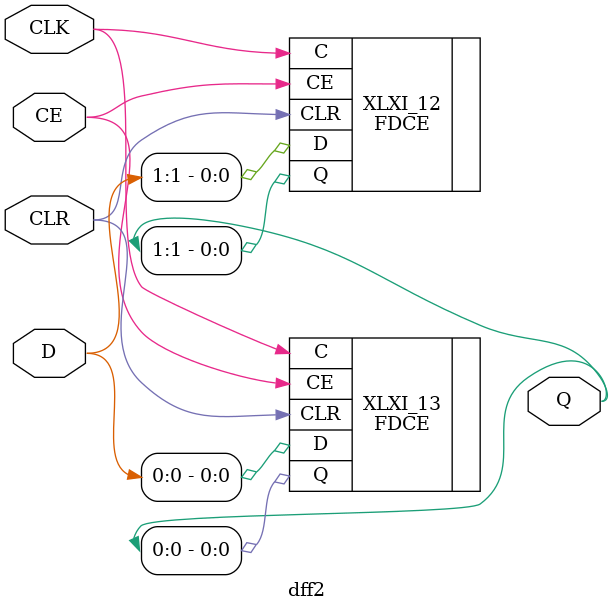
<source format=v>
`timescale 1ns / 1ps

module dff2(CE, 
            CLK, 
            CLR, 
            D, 
            Q);

    input CE;
    input CLK;
    input CLR;
    input [1:0] D;
   output [1:0] Q;
   
   
   FDCE XLXI_12 (.C(CLK), 
                 .CE(CE), 
                 .CLR(CLR), 
                 .D(D[1]), 
                 .Q(Q[1]));
   defparam XLXI_12.INIT = 1'b0;
   FDCE XLXI_13 (.C(CLK), 
                 .CE(CE), 
                 .CLR(CLR), 
                 .D(D[0]), 
                 .Q(Q[0]));
   defparam XLXI_13.INIT = 1'b0;
endmodule

</source>
